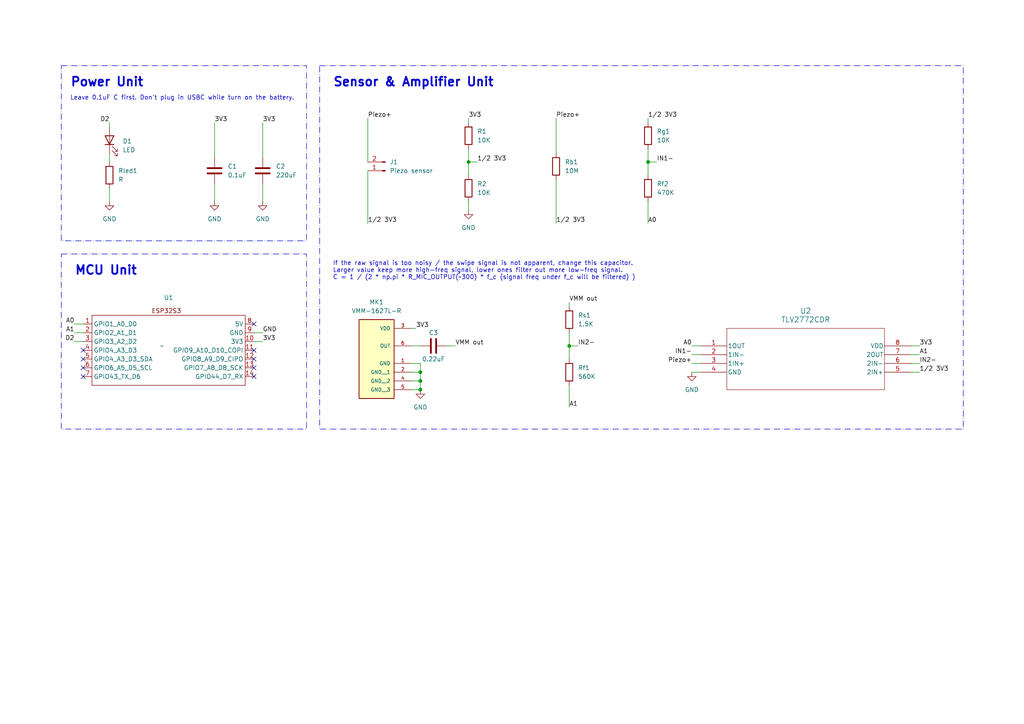
<source format=kicad_sch>
(kicad_sch (version 20230121) (generator eeschema)
  (paper "A4")
  (lib_symbols
    (symbol "Amplifier_Operational:TLV2772CDR" (pin_names (offset 0.254))
      (property "Reference" "U" (at 30.48 10.16 0))
      (property "Value" "TLV2772CDR" (at 30.48 7.62 0))
      (symbol "TLV2772CDR_0_1"
        (polyline (pts (xy 7.62 -12.7) (xy 53.34 -12.7)) (stroke (width 0.127)))
        (polyline (pts (xy 7.62 5.08) (xy 7.62 -12.7)) (stroke (width 0.127)))
        (polyline (pts (xy 53.34 -12.7) (xy 53.34 5.08)) (stroke (width 0.127)))
        (polyline (pts (xy 53.34 5.08) (xy 7.62 5.08)) (stroke (width 0.127)))
        (pin output line (at 0 0 0) (length 7.62) (name "1OUT") (number "1"))
        (pin input line (at 0 -2.54 0) (length 7.62) (name "1IN-") (number "2"))
        (pin input line (at 0 -5.08 0) (length 7.62) (name "1IN+") (number "3"))
        (pin power_in line (at 0 -7.62 0) (length 7.62) (name "GND") (number "4"))
        (pin input line (at 60.96 -7.62 180) (length 7.62) (name "2IN+") (number "5"))
        (pin input line (at 60.96 -5.08 180) (length 7.62) (name "2IN-") (number "6"))
        (pin output line (at 60.96 -2.54 180) (length 7.62) (name "2OUT") (number "7"))
        (pin power_in line (at 60.96 0 180) (length 7.62) (name "VDD") (number "8"))
      )
    )
    (symbol "Connector:Conn_01x02_Pin" (pin_names (offset 1.016) hide)
      (property "Reference" "J" (at 0 2.54 0))
      (property "Value" "Conn_01x02_Pin" (at 0 -5.08 0))
      (symbol "Conn_01x02_Pin_1_1"
        (polyline (pts (xy 1.27 -2.54) (xy 0.8636 -2.54)) (stroke (width 0.1524)))
        (polyline (pts (xy 1.27 0) (xy 0.8636 0)) (stroke (width 0.1524)))
        (rectangle (start 0.8636 -2.413) (end 0 -2.667) (stroke (width 0.1524)) (fill (type outline)))
        (rectangle (start 0.8636 0.127) (end 0 -0.127) (stroke (width 0.1524)) (fill (type outline)))
        (pin passive line (at 5.08 0 180) (length 3.81) (name "Pin_1") (number "1"))
        (pin passive line (at 5.08 -2.54 180) (length 3.81) (name "Pin_2") (number "2"))
      )
    )
    (symbol "Device:C" (pin_numbers hide) (pin_names (offset 0.254))
      (property "Reference" "C" (at 0.635 2.54 0))
      (property "Value" "C" (at 0.635 -2.54 0))
      (symbol "C_0_1"
        (polyline (pts (xy -2.032 -0.762) (xy 2.032 -0.762)) (stroke (width 0.508)))
        (polyline (pts (xy -2.032 0.762) (xy 2.032 0.762)) (stroke (width 0.508)))
      )
      (symbol "C_1_1"
        (pin passive line (at 0 3.81 270) (length 2.794) (name "~") (number "1"))
        (pin passive line (at 0 -3.81 90) (length 2.794) (name "~") (number "2"))
      )
    )
    (symbol "Device:LED" (pin_numbers hide) (pin_names (offset 1.016) hide)
      (property "Reference" "D" (at 0 2.54 0))
      (property "Value" "LED" (at 0 -2.54 0))
      (symbol "LED_0_1"
        (polyline (pts (xy -1.27 -1.27) (xy -1.27 1.27)) (stroke (width 0.254)))
        (polyline (pts (xy -1.27 0) (xy 1.27 0)))
        (polyline (pts (xy 1.27 -1.27) (xy 1.27 1.27) (xy -1.27 0) (xy 1.27 -1.27)) (stroke (width 0.254)))
        (polyline (pts (xy -3.048 -0.762) (xy -4.572 -2.286) (xy -3.81 -2.286) (xy -4.572 -2.286) (xy -4.572 -1.524)))
        (polyline (pts (xy -1.778 -0.762) (xy -3.302 -2.286) (xy -2.54 -2.286) (xy -3.302 -2.286) (xy -3.302 -1.524)))
      )
      (symbol "LED_1_1"
        (pin passive line (at -3.81 0 0) (length 2.54) (name "K") (number "1"))
        (pin passive line (at 3.81 0 180) (length 2.54) (name "A") (number "2"))
      )
    )
    (symbol "Device:R" (pin_numbers hide) (pin_names (offset 0))
      (property "Reference" "R" (at 2.032 0 90))
      (property "Value" "R" (at 0 0 90))
      (symbol "R_0_1"
        (rectangle (start -1.016 -2.54) (end 1.016 2.54) (stroke (width 0.254)))
      )
      (symbol "R_1_1"
        (pin passive line (at 0 3.81 270) (length 1.27) (name "~") (number "1"))
        (pin passive line (at 0 -3.81 90) (length 1.27) (name "~") (number "2"))
      )
    )
    (symbol "Sensor_Audio:VMM-1627L-R" (pin_names (offset 1.016))
      (property "Reference" "MK" (at -5.08 8.382 0))
      (property "Value" "VMM-1627L-R" (at -5.08 -17.78 0))
      (symbol "VMM-1627L-R_0_0"
        (rectangle (start -5.08 -15.24) (end 5.08 7.62) (stroke (width 0.254)) (fill (type background)))
        (pin power_in line (at 10.16 -5.08 180) (length 5.08) (name "GND") (number "1"))
        (pin power_in line (at 10.16 -7.62 180) (length 5.08) (name "GND__1") (number "2"))
        (pin power_in line (at 10.16 5.08 180) (length 5.08) (name "VDD") (number "3"))
        (pin power_in line (at 10.16 -10.16 180) (length 5.08) (name "GND__2") (number "4"))
        (pin power_in line (at 10.16 -12.7 180) (length 5.08) (name "GND__3") (number "5"))
        (pin output line (at 10.16 0 180) (length 5.08) (name "OUT") (number "6"))
      )
    )
    (symbol "XIAO:XIAO_ESP32_SENSE"
      (property "Reference" "U" (at 0 0 0))
      (symbol "XIAO_ESP32_SENSE_0_1"
        (polyline (pts (xy -20.32 8.89) (xy -20.32 -11.43) (xy 24.13 -11.43) (xy 24.13 8.89) (xy -20.32 8.89)))
      )
      (symbol "XIAO_ESP32_SENSE_1_1"
        (text "ESP32S3" (at 1.27 10.16 0) (effects (font (size 1.27 1.27))))
        (pin bidirectional line (at -22.86 6.35 0) (length 2.54) (name "GPIO1_A0_D0") (number "1"))
        (pin bidirectional line (at 26.67 1.27 180) (length 2.54) (name "3V3") (number "10"))
        (pin bidirectional line (at 26.67 -1.27 180) (length 2.54) (name "GPIO9_A10_D10_COPI") (number "11"))
        (pin bidirectional line (at 26.67 -3.81 180) (length 2.54) (name "GPIO8_A9_D9_CIPO") (number "12"))
        (pin bidirectional line (at 26.67 -6.35 180) (length 2.54) (name "GPIO7_A8_D8_SCK") (number "13"))
        (pin bidirectional line (at 26.67 -8.89 180) (length 2.54) (name "GPIO44_D7_RX") (number "14"))
        (pin bidirectional line (at -22.86 3.81 0) (length 2.54) (name "GPIO2_A1_D1") (number "2"))
        (pin bidirectional line (at -22.86 1.27 0) (length 2.54) (name "GPIO3_A2_D2") (number "3"))
        (pin bidirectional line (at -22.86 -1.27 0) (length 2.54) (name "GPIO4_A3_D3") (number "4"))
        (pin bidirectional line (at -22.86 -3.81 0) (length 2.54) (name "GPIO4_A3_D3_SDA") (number "5"))
        (pin bidirectional line (at -22.86 -6.35 0) (length 2.54) (name "GPIO6_A5_D5_SCL") (number "6"))
        (pin bidirectional line (at -22.86 -8.89 0) (length 2.54) (name "GPIO43_TX_D6") (number "7"))
        (pin bidirectional line (at 26.67 6.35 180) (length 2.54) (name "5V") (number "8"))
        (pin bidirectional line (at 26.67 3.81 180) (length 2.54) (name "GND") (number "9"))
      )
    )
    (symbol "power:GND" (power) (pin_names (offset 0))
      (property "Value" "GND" (at 0 -3.81 0))
      (symbol "GND_0_1"
        (polyline (pts (xy 0 0) (xy 0 -1.27) (xy 1.27 -1.27) (xy 0 -2.54) (xy -1.27 -1.27) (xy 0 -1.27)))
      )
      (symbol "GND_1_1"
        (pin power_in line (at 0 0 270) (length 0) hide (name "GND") (number "1"))
      )
    )
  )
  (junction (at 187.96 46.99))
  (junction (at 165.1 100.33))
  (junction (at 121.92 107.95))
  (junction (at 121.92 113.03))
  (junction (at 135.89 46.99))
  (junction (at 121.92 110.49))
  (no_connect (at 24.13 106.68))
  (no_connect (at 73.66 106.68))
  (no_connect (at 24.13 101.6))
  (no_connect (at 24.13 109.22))
  (no_connect (at 73.66 109.22))
  (no_connect (at 24.13 104.14))
  (no_connect (at 73.66 93.98))
  (no_connect (at 73.66 104.14))
  (no_connect (at 73.66 101.6))
  (wire (pts (xy 119.38 95.25) (xy 120.65 95.25)))
  (wire (pts (xy 31.75 35.56) (xy 31.75 36.83)))
  (wire (pts (xy 119.38 105.41) (xy 121.92 105.41)))
  (wire (pts (xy 121.92 105.41) (xy 121.92 107.95)))
  (wire (pts (xy 73.66 99.06) (xy 76.2 99.06)))
  (wire (pts (xy 135.89 58.42) (xy 135.89 60.96)))
  (wire (pts (xy 264.16 107.95) (xy 266.7 107.95)))
  (wire (pts (xy 106.68 49.53) (xy 106.68 64.77)))
  (wire (pts (xy 264.16 102.87) (xy 266.7 102.87)))
  (wire (pts (xy 119.38 107.95) (xy 121.92 107.95)))
  (wire (pts (xy 165.1 87.63) (xy 165.1 88.9)))
  (wire (pts (xy 165.1 100.33) (xy 167.64 100.33)))
  (wire (pts (xy 187.96 46.99) (xy 190.5 46.99)))
  (wire (pts (xy 187.96 43.18) (xy 187.96 46.99)))
  (wire (pts (xy 76.2 53.34) (xy 76.2 58.42)))
  (wire (pts (xy 129.54 100.33) (xy 132.08 100.33)))
  (wire (pts (xy 264.16 100.33) (xy 266.7 100.33)))
  (wire (pts (xy 165.1 96.52) (xy 165.1 100.33)))
  (wire (pts (xy 62.23 53.34) (xy 62.23 58.42)))
  (wire (pts (xy 165.1 100.33) (xy 165.1 104.14)))
  (wire (pts (xy 200.66 105.41) (xy 203.2 105.41)))
  (wire (pts (xy 121.92 110.49) (xy 121.92 113.03)))
  (wire (pts (xy 161.29 34.29) (xy 161.29 44.45)))
  (wire (pts (xy 119.38 110.49) (xy 121.92 110.49)))
  (wire (pts (xy 62.23 35.56) (xy 62.23 45.72)))
  (wire (pts (xy 200.66 107.95) (xy 203.2 107.95)))
  (wire (pts (xy 264.16 105.41) (xy 266.7 105.41)))
  (wire (pts (xy 165.1 111.76) (xy 165.1 118.11)))
  (wire (pts (xy 73.66 96.52) (xy 76.2 96.52)))
  (wire (pts (xy 135.89 46.99) (xy 138.43 46.99)))
  (wire (pts (xy 31.75 44.45) (xy 31.75 46.99)))
  (wire (pts (xy 119.38 100.33) (xy 121.92 100.33)))
  (wire (pts (xy 21.59 99.06) (xy 24.13 99.06)))
  (wire (pts (xy 200.66 100.33) (xy 203.2 100.33)))
  (wire (pts (xy 135.89 43.18) (xy 135.89 46.99)))
  (wire (pts (xy 21.59 96.52) (xy 24.13 96.52)))
  (wire (pts (xy 76.2 35.56) (xy 76.2 45.72)))
  (wire (pts (xy 106.68 34.29) (xy 106.68 46.99)))
  (wire (pts (xy 135.89 46.99) (xy 135.89 50.8)))
  (wire (pts (xy 135.89 34.29) (xy 135.89 35.56)))
  (wire (pts (xy 187.96 34.29) (xy 187.96 35.56)))
  (wire (pts (xy 187.96 58.42) (xy 187.96 64.77)))
  (wire (pts (xy 21.59 93.98) (xy 24.13 93.98)))
  (wire (pts (xy 200.66 102.87) (xy 203.2 102.87)))
  (wire (pts (xy 187.96 46.99) (xy 187.96 50.8)))
  (wire (pts (xy 161.29 52.07) (xy 161.29 64.77)))
  (wire (pts (xy 119.38 113.03) (xy 121.92 113.03)))
  (wire (pts (xy 31.75 54.61) (xy 31.75 58.42)))
  (wire (pts (xy 121.92 107.95) (xy 121.92 110.49)))
  (rectangle (start 17.78 73.66) (end 88.9 124.46) (stroke (width 0) (type dash_dot)))
  (rectangle (start 92.71 19.05) (end 279.4 124.46) (stroke (width 0) (type dash_dot)))
  (rectangle (start 17.78 19.05) (end 88.9 69.85) (stroke (width 0) (type dash_dot)))
  (text "Power Unit" (at 20.32 25.4 0) (effects (font (size 2.54 2.54) (thickness 0.508) bold) (justify left bottom)))
  (text "Sensor & Amplifier Unit" (at 96.52 25.4 0) (effects (font (size 2.54 2.54) (thickness 0.508) bold) (justify left bottom)))
  (text "If the raw signal is too noisy / the swipe signal is not apparent, change this capacitor. \nLarger value keep more high-freq signal, lower ones filter out more low-freq signal.\nC = 1 / (2 * np.pi * R_MIC_OUTPUT(~300) * f_c (signal freq under f_c will be filtered) )\n" (at 96.52 81.28 0) (effects (font (size 1.27 1.27)) (justify left bottom)))
  (text "MCU Unit" (at 21.59 80.01 0) (effects (font (size 2.54 2.54) (thickness 0.508) bold) (justify left bottom)))
  (text "Leave 0.1uF C first. Don't plug in USBC while turn on the battery." (at 20.32 29.21 0) (effects (font (size 1.27 1.27)) (justify left bottom)))
  (label "3V3" (at 120.65 95.25 0))
  (label "GND" (at 76.2 96.52 0))
  (label "3V3" (at 76.2 99.06 0))
  (label "1{slash}2 3V3" (at 106.68 64.77 0))
  (label "A1" (at 165.1 118.11 0))
  (label "1{slash}2 3V3" (at 266.7 107.95 0))
  (label "3V3" (at 135.89 34.29 0))
  (label "D2" (at 31.75 35.56 180))
  (label "IN1-" (at 200.66 102.87 180))
  (label "IN2-" (at 167.64 100.33 0))
  (label "1{slash}2 3V3" (at 138.43 46.99 0))
  (label "IN2-" (at 266.7 105.41 0))
  (label "A1" (at 266.7 102.87 0))
  (label "1{slash}2 3V3" (at 187.96 34.29 0))
  (label "IN1-" (at 190.5 46.99 0))
  (label "A0" (at 200.66 100.33 180))
  (label "VMM out" (at 165.1 87.63 0))
  (label "Piezo+" (at 200.66 105.41 180))
  (label "1{slash}2 3V3" (at 161.29 64.77 0))
  (label "3V3" (at 266.7 100.33 0))
  (label "3V3" (at 62.23 35.56 0))
  (label "Piezo+" (at 106.68 34.29 0))
  (label "Piezo+" (at 161.29 34.29 0))
  (label "A0" (at 187.96 64.77 0))
  (label "VMM out" (at 132.08 100.33 0))
  (label "A1" (at 21.59 96.52 180))
  (label "3V3" (at 76.2 35.56 0))
  (label "D2" (at 21.59 99.06 180))
  (label "A0" (at 21.59 93.98 180))
  (symbol (lib_id "Connector:Conn_01x02_Pin") (at 111.76 49.53 180) (unit 1)
    (property "Reference" "J1" (at 113.03 46.99 0) (effects (justify right)))
    (property "Value" "Piezo sensor" (at 113.03 49.53 0) (effects (justify right)))
    (property "Footprint" "Connector_PinHeader_2.54mm:PinHeader_1x02_P2.54mm_Vertical" (effects hide))
  )
  (symbol (lib_id "Device:R") (at 31.75 50.8 0) (unit 1)
    (property "Reference" "Rled1" (at 34.29 49.53 0) (effects (justify left)))
    (property "Value" "R" (at 34.29 52.07 0) (effects (justify left)))
    (property "Footprint" "Capacitor_SMD:C_0805_2012Metric_Pad1.18x1.45mm_HandSolder" (effects hide))
  )
  (symbol (lib_id "power:GND") (at 31.75 58.42 0) (unit 1)
    (property "Reference" "#PWR01" (effects hide))
    (property "Value" "GND" (at 31.75 63.5 0))
  )
  (symbol (lib_id "Device:R") (at 187.96 54.61 0) (unit 1)
    (property "Reference" "Rf2" (at 190.5 53.34 0) (effects (justify left)))
    (property "Value" "470K" (at 190.5 55.88 0) (effects (justify left)))
    (property "Footprint" "Resistor_SMD:R_0805_2012Metric_Pad1.20x1.40mm_HandSolder" (effects hide))
  )
  (symbol (lib_id "Device:C") (at 76.2 49.53 0) (unit 1)
    (property "Reference" "C2" (at 80.01 48.26 0) (effects (justify left)))
    (property "Value" "220uF" (at 80.01 50.8 0) (effects (justify left)))
    (property "Footprint" "Capacitor_THT:300uF_laydown" (effects hide))
  )
  (symbol (lib_id "Device:R") (at 165.1 92.71 0) (unit 1)
    (property "Reference" "Rs1" (at 167.64 91.44 0) (effects (justify left)))
    (property "Value" "1.5K" (at 167.64 93.98 0) (effects (justify left)))
    (property "Footprint" "Resistor_SMD:R_0805_2012Metric_Pad1.20x1.40mm_HandSolder" (effects hide))
  )
  (symbol (lib_id "Device:R") (at 161.29 48.26 0) (unit 1)
    (property "Reference" "Rb1" (at 163.83 46.99 0) (effects (justify left)))
    (property "Value" "10M" (at 163.83 49.53 0) (effects (justify left)))
    (property "Footprint" "Resistor_SMD:R_0805_2012Metric_Pad1.20x1.40mm_HandSolder" (effects hide))
  )
  (symbol (lib_id "Device:C") (at 62.23 49.53 0) (unit 1)
    (property "Reference" "C1" (at 66.04 48.26 0) (effects (justify left)))
    (property "Value" "0.1uF" (at 66.04 50.8 0) (effects (justify left)))
    (property "Footprint" "Capacitor_SMD:C_0805_2012Metric_Pad1.18x1.45mm_HandSolder" (effects hide))
  )
  (symbol (lib_id "power:GND") (at 76.2 58.42 0) (unit 1)
    (property "Reference" "#PWR04" (effects hide))
    (property "Value" "GND" (at 76.2 63.5 0))
  )
  (symbol (lib_id "power:GND") (at 62.23 58.42 0) (unit 1)
    (property "Reference" "#PWR03" (effects hide))
    (property "Value" "GND" (at 62.23 63.5 0))
  )
  (symbol (lib_id "power:GND") (at 200.66 107.95 0) (unit 1)
    (property "Reference" "#PWR08" (effects hide))
    (property "Value" "GND" (at 200.66 113.03 0))
  )
  (symbol (lib_id "Device:R") (at 135.89 54.61 0) (unit 1)
    (property "Reference" "R2" (at 138.43 53.34 0) (effects (justify left)))
    (property "Value" "10K" (at 138.43 55.88 0) (effects (justify left)))
    (property "Footprint" "Resistor_SMD:R_0805_2012Metric_Pad1.20x1.40mm_HandSolder" (effects hide))
  )
  (symbol (lib_id "Device:C") (at 125.73 100.33 90) (unit 1)
    (property "Reference" "C3" (at 125.73 96.52 90))
    (property "Value" "0.22uF" (at 125.73 104.14 90))
    (property "Footprint" "Capacitor_SMD:C_0805_2012Metric_Pad1.18x1.45mm_HandSolder" (effects hide))
  )
  (symbol (lib_id "Device:LED") (at 31.75 40.64 90) (unit 1)
    (property "Reference" "D1" (at 35.56 40.9575 90) (effects (justify right)))
    (property "Value" "LED" (at 35.56 43.4975 90) (effects (justify right)))
    (property "Footprint" "LED_THT:LED_D3.0mm" (effects hide))
  )
  (symbol (lib_id "Device:R") (at 165.1 107.95 0) (unit 1)
    (property "Reference" "Rf1" (at 167.64 106.68 0) (effects (justify left)))
    (property "Value" "560K" (at 167.64 109.22 0) (effects (justify left)))
    (property "Footprint" "Resistor_SMD:R_0805_2012Metric_Pad1.20x1.40mm_HandSolder" (effects hide))
  )
  (symbol (lib_id "XIAO:XIAO_ESP32_SENSE") (at 46.99 100.33 0) (unit 1)
    (property "Reference" "U1" (at 48.895 86.36 0))
    (property "Value" "~" (at 46.99 100.33 0))
    (property "Footprint" "XIAO ESP32 THT:XIAO_SMD" (effects hide))
  )
  (symbol (lib_id "power:GND") (at 121.92 113.03 0) (unit 1)
    (property "Reference" "#PWR06" (effects hide))
    (property "Value" "GND" (at 121.92 118.11 0))
  )
  (symbol (lib_id "Sensor_Audio:VMM-1627L-R") (at 109.22 100.33 0) (unit 1)
    (property "Reference" "MK1" (at 109.22 87.63 0))
    (property "Value" "VMM-1627L-R" (at 109.22 90.17 0))
    (property "Footprint" "Sensor_Audio:MIC_VMM-1627L-R" (effects hide))
    (property "PARTREV" "A" (effects hide))
    (property "STANDARD" "Manufacturer Recommendations" (effects hide))
    (property "MAXIMUM_PACKAGE_HEIGHT" "1.65mm" (effects hide))
    (property "MANUFACTURER" "PUI Audio" (effects hide))
  )
  (symbol (lib_id "power:GND") (at 135.89 60.96 0) (unit 1)
    (property "Reference" "#PWR07" (effects hide))
    (property "Value" "GND" (at 135.89 66.04 0))
  )
  (symbol (lib_id "Amplifier_Operational:TLV2772CDR") (at 203.2 100.33 0) (unit 1)
    (property "Reference" "U2" (at 233.68 90.17 0) (effects (font (size 1.524 1.524))))
    (property "Value" "TLV2772CDR" (at 233.68 92.71 0) (effects (font (size 1.524 1.524))))
    (property "Footprint" "op_amp:TLV2772CDR" (effects hide))
    (property "Datasheet" "TLV2772CDR" (effects hide))
  )
  (symbol (lib_id "Device:R") (at 135.89 39.37 0) (unit 1)
    (property "Reference" "R1" (at 138.43 38.1 0) (effects (justify left)))
    (property "Value" "10K" (at 138.43 40.64 0) (effects (justify left)))
    (property "Footprint" "Resistor_SMD:R_0805_2012Metric_Pad1.20x1.40mm_HandSolder" (effects hide))
  )
  (symbol (lib_id "Device:R") (at 187.96 39.37 0) (unit 1)
    (property "Reference" "Rg1" (at 190.5 38.1 0) (effects (justify left)))
    (property "Value" "10K" (at 190.5 40.64 0) (effects (justify left)))
    (property "Footprint" "Resistor_SMD:R_0805_2012Metric_Pad1.20x1.40mm_HandSolder" (effects hide))
  )
)
</source>
